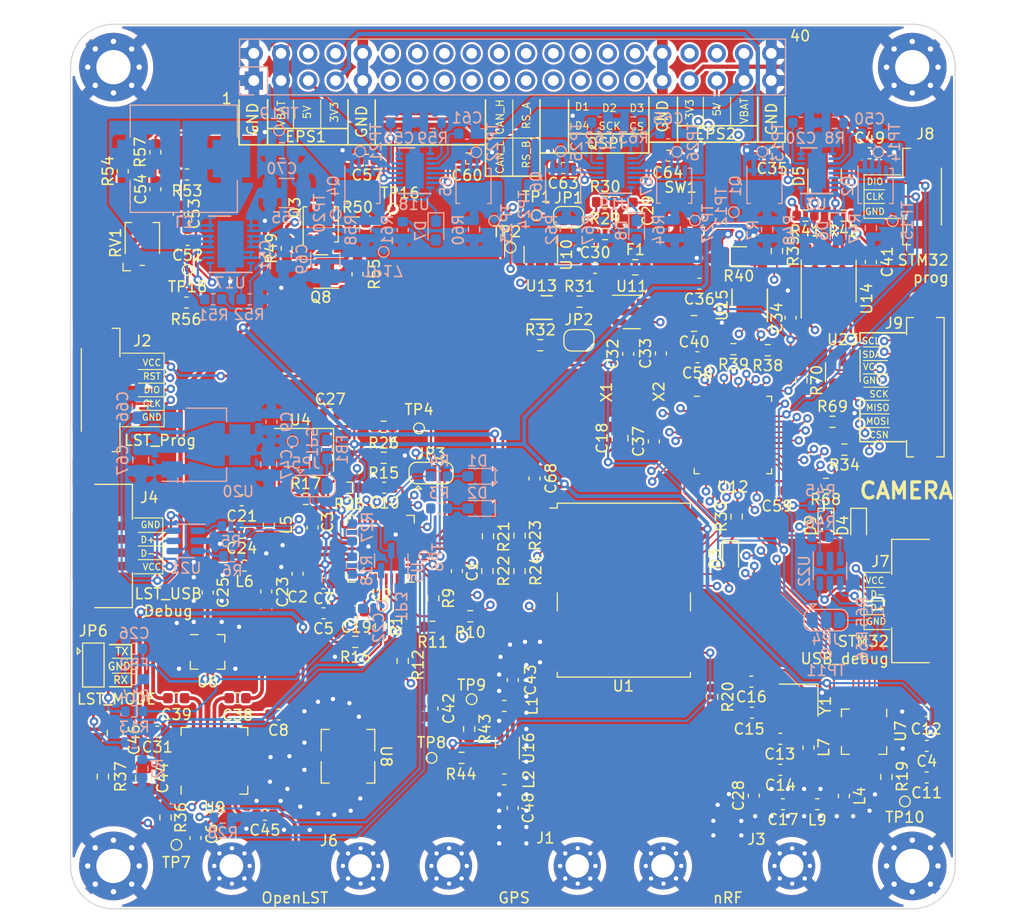
<source format=kicad_pcb>
(kicad_pcb (version 20211014) (generator pcbnew)

  (general
    (thickness 0.986)
  )

  (paper "A4")
  (layers
    (0 "F.Cu" power)
    (1 "In1.Cu" mixed)
    (2 "In2.Cu" mixed)
    (31 "B.Cu" power)
    (32 "B.Adhes" user "B.Adhesive")
    (33 "F.Adhes" user "F.Adhesive")
    (34 "B.Paste" user)
    (35 "F.Paste" user)
    (36 "B.SilkS" user "B.Silkscreen")
    (37 "F.SilkS" user "F.Silkscreen")
    (38 "B.Mask" user)
    (39 "F.Mask" user)
    (40 "Dwgs.User" user "User.Drawings")
    (41 "Cmts.User" user "User.Comments")
    (42 "Eco1.User" user "User.Eco1")
    (43 "Eco2.User" user "User.Eco2")
    (44 "Edge.Cuts" user)
    (45 "Margin" user)
    (46 "B.CrtYd" user "B.Courtyard")
    (47 "F.CrtYd" user "F.Courtyard")
    (48 "B.Fab" user)
    (49 "F.Fab" user)
    (50 "User.1" user)
    (51 "User.2" user)
    (52 "User.3" user)
    (53 "User.4" user)
    (54 "User.5" user)
    (55 "User.6" user)
    (56 "User.7" user)
    (57 "User.8" user)
    (58 "User.9" user)
  )

  (setup
    (stackup
      (layer "F.SilkS" (type "Top Silk Screen"))
      (layer "F.Paste" (type "Top Solder Paste"))
      (layer "F.Mask" (type "Top Solder Mask") (thickness 0.01))
      (layer "F.Cu" (type "copper") (thickness 0.018))
      (layer "dielectric 1" (type "core") (thickness 0.175) (material "FR4") (epsilon_r 4.5) (loss_tangent 0.02))
      (layer "In1.Cu" (type "copper") (thickness 0.035))
      (layer "dielectric 2" (type "prepreg") (thickness 0.51) (material "FR4") (epsilon_r 4.5) (loss_tangent 0.02))
      (layer "In2.Cu" (type "copper") (thickness 0.035))
      (layer "dielectric 3" (type "core") (thickness 0.175) (material "FR4") (epsilon_r 4.5) (loss_tangent 0.02))
      (layer "B.Cu" (type "copper") (thickness 0.018))
      (layer "B.Mask" (type "Bottom Solder Mask") (thickness 0.01))
      (layer "B.Paste" (type "Bottom Solder Paste"))
      (layer "B.SilkS" (type "Bottom Silk Screen"))
      (copper_finish "None")
      (dielectric_constraints no)
    )
    (pad_to_mask_clearance 0)
    (pcbplotparams
      (layerselection 0x00010fc_ffffffff)
      (disableapertmacros false)
      (usegerberextensions false)
      (usegerberattributes true)
      (usegerberadvancedattributes true)
      (creategerberjobfile true)
      (svguseinch false)
      (svgprecision 6)
      (excludeedgelayer true)
      (plotframeref false)
      (viasonmask false)
      (mode 1)
      (useauxorigin false)
      (hpglpennumber 1)
      (hpglpenspeed 20)
      (hpglpendiameter 15.000000)
      (dxfpolygonmode true)
      (dxfimperialunits true)
      (dxfusepcbnewfont true)
      (psnegative false)
      (psa4output false)
      (plotreference true)
      (plotvalue true)
      (plotinvisibletext false)
      (sketchpadsonfab false)
      (subtractmaskfromsilk false)
      (outputformat 1)
      (mirror false)
      (drillshape 1)
      (scaleselection 1)
      (outputdirectory "")
    )
  )

  (net 0 "")
  (net 1 "Net-(C1-Pad1)")
  (net 2 "GND")
  (net 3 "+3V3")
  (net 4 "/OpenLST (Beacon)/PA_VAPC")
  (net 5 "+3V8")
  (net 6 "/OpenLST (Beacon)/VDD_USB_LST")
  (net 7 "Net-(C12-Pad1)")
  (net 8 "Net-(C13-Pad2)")
  (net 9 "Net-(C15-Pad1)")
  (net 10 "Net-(C16-Pad1)")
  (net 11 "Net-(C17-Pad1)")
  (net 12 "Net-(C17-Pad2)")
  (net 13 "/MCU/MCU_POWER")
  (net 14 "Net-(C19-Pad1)")
  (net 15 "/3V3 power share/VCC_EN")
  (net 16 "Net-(C21-Pad2)")
  (net 17 "Net-(C22-Pad1)")
  (net 18 "Net-(C23-Pad2)")
  (net 19 "Net-(C24-Pad1)")
  (net 20 "Net-(C24-Pad2)")
  (net 21 "Net-(C25-Pad2)")
  (net 22 "Net-(C26-Pad1)")
  (net 23 "Net-(C29-Pad1)")
  (net 24 "/3V3 power share/EPS#1")
  (net 25 "Net-(C35-Pad2)")
  (net 26 "Net-(C38-Pad1)")
  (net 27 "Net-(C38-Pad2)")
  (net 28 "Net-(C39-Pad1)")
  (net 29 "Net-(C39-Pad2)")
  (net 30 "/MCU/VREF")
  (net 31 "Net-(C42-Pad1)")
  (net 32 "Net-(C43-Pad1)")
  (net 33 "Net-(C43-Pad2)")
  (net 34 "Net-(C45-Pad1)")
  (net 35 "Net-(C45-Pad2)")
  (net 36 "Net-(C48-Pad1)")
  (net 37 "Net-(C48-Pad2)")
  (net 38 "Net-(C49-Pad1)")
  (net 39 "/3V3 power share/EPS#2")
  (net 40 "Net-(C50-Pad1)")
  (net 41 "VIN")
  (net 42 "Net-(C52-Pad1)")
  (net 43 "Net-(C52-Pad2)")
  (net 44 "Net-(C53-Pad1)")
  (net 45 "Net-(C54-Pad1)")
  (net 46 "/Power Convertor/VBAT1/VCC_EN")
  (net 47 "/Power Convertor/EPS#1_VBAT")
  (net 48 "Net-(C57-Pad2)")
  (net 49 "Net-(C60-Pad1)")
  (net 50 "/Power Convertor/EPS#2_VBAT")
  (net 51 "Net-(C61-Pad1)")
  (net 52 "/5V power share/VCC_EN")
  (net 53 "/5V power share/EPS#1")
  (net 54 "Net-(C63-Pad2)")
  (net 55 "Net-(C64-Pad1)")
  (net 56 "/5V power share/EPS#2")
  (net 57 "Net-(C65-Pad1)")
  (net 58 "/OpenLST (Beacon)/USB_POWER_LST")
  (net 59 "Net-(D1-Pad2)")
  (net 60 "Net-(D2-Pad2)")
  (net 61 "Net-(D3-Pad1)")
  (net 62 "Net-(D4-Pad1)")
  (net 63 "/MCU/CAN_L")
  (net 64 "/MCU/CAN_H")
  (net 65 "Net-(D6-Pad1)")
  (net 66 "Net-(D6-Pad2)")
  (net 67 "Net-(D7-Pad1)")
  (net 68 "Net-(D7-Pad2)")
  (net 69 "Net-(D8-Pad1)")
  (net 70 "Net-(D8-Pad2)")
  (net 71 "Net-(D9-Pad1)")
  (net 72 "Net-(F1-Pad2)")
  (net 73 "Net-(FB1-Pad1)")
  (net 74 "/OpenLST (Beacon)/PROG_DD")
  (net 75 "/OpenLST (Beacon)/PROG_DC")
  (net 76 "/OpenLST (Beacon)/~{LST_RESET}")
  (net 77 "/MCU/USB_POWER")
  (net 78 "/MCU/SWCLK")
  (net 79 "/MCU/SWDIO")
  (net 80 "/MCU/QSPI_D1{slash}CAM_CSN")
  (net 81 "/MCU/QSPI_D2{slash}CAM_MOSI")
  (net 82 "/MCU/QSPI_D3{slash}CAM_MISO")
  (net 83 "/MCU/CAM_SCK")
  (net 84 "+5V")
  (net 85 "/I2C_SDA")
  (net 86 "/I2C_SCL")
  (net 87 "unconnected-(J12-Pad6)")
  (net 88 "unconnected-(J12-Pad8)")
  (net 89 "unconnected-(J12-Pad11)")
  (net 90 "unconnected-(J12-Pad12)")
  (net 91 "unconnected-(J12-Pad13)")
  (net 92 "unconnected-(J12-Pad14)")
  (net 93 "unconnected-(J12-Pad15)")
  (net 94 "unconnected-(J12-Pad16)")
  (net 95 "unconnected-(J12-Pad17)")
  (net 96 "unconnected-(J12-Pad18)")
  (net 97 "/MCU/RS_485_~{B}")
  (net 98 "/MCU/RS_485_A")
  (net 99 "unconnected-(J12-Pad23)")
  (net 100 "unconnected-(J12-Pad24)")
  (net 101 "/MCU/QSPI_D0")
  (net 102 "/MCU/QSPI_SCK")
  (net 103 "/MCU/QSPI_NCS")
  (net 104 "unconnected-(J12-Pad34)")
  (net 105 "unconnected-(J12-Pad36)")
  (net 106 "Net-(JP1-Pad1)")
  (net 107 "/MCU/NRST")
  (net 108 "Net-(JP2-Pad1)")
  (net 109 "Net-(JP2-Pad2)")
  (net 110 "/OpenLST (Beacon)/RF_EN")
  (net 111 "/OpenLST (Beacon)/RF_EN_MCU")
  (net 112 "/OpenLST (Beacon)/RF_PWR_EN")
  (net 113 "Net-(JP4-Pad3)")
  (net 114 "/MCU/VDD_USB")
  (net 115 "Net-(L3-Pad1)")
  (net 116 "Net-(L3-Pad2)")
  (net 117 "Net-(L4-Pad1)")
  (net 118 "Net-(L4-Pad2)")
  (net 119 "Net-(Q1-Pad5)")
  (net 120 "Net-(Q1-Pad4)")
  (net 121 "Net-(Q2-Pad4)")
  (net 122 "Net-(Q2-Pad5)")
  (net 123 "Net-(Q3-Pad4)")
  (net 124 "Net-(Q3-Pad5)")
  (net 125 "Net-(Q4-Pad5)")
  (net 126 "Net-(Q4-Pad4)")
  (net 127 "Net-(Q5-Pad4)")
  (net 128 "Net-(Q5-Pad5)")
  (net 129 "Net-(Q6-Pad5)")
  (net 130 "Net-(Q6-Pad4)")
  (net 131 "Net-(Q7-Pad4)")
  (net 132 "Net-(Q7-Pad5)")
  (net 133 "/OpenLST (Beacon)/~{LST_RX_MODE}")
  (net 134 "/OpenLST (Beacon)/LST_TX_MODE")
  (net 135 "Net-(R3-Pad2)")
  (net 136 "Net-(R4-Pad2)")
  (net 137 "Net-(R5-Pad1)")
  (net 138 "/OpenLST (Beacon)/USB_N")
  (net 139 "/OpenLST (Beacon)/USB_P")
  (net 140 "Net-(R6-Pad2)")
  (net 141 "Net-(R8-Pad2)")
  (net 142 "Net-(R9-Pad1)")
  (net 143 "/OpenLST (Beacon)/UART0_CTS")
  (net 144 "Net-(R10-Pad1)")
  (net 145 "/OpenLST (Beacon)/UART0_RTS")
  (net 146 "Net-(R11-Pad1)")
  (net 147 "/OpenLST (Beacon)/UART0_RX")
  (net 148 "Net-(R12-Pad1)")
  (net 149 "/OpenLST (Beacon)/UART0_TX")
  (net 150 "Net-(R15-Pad2)")
  (net 151 "Net-(R16-Pad2)")
  (net 152 "Net-(R17-Pad1)")
  (net 153 "Net-(R17-Pad2)")
  (net 154 "Net-(R19-Pad2)")
  (net 155 "/OpenLST (Beacon)/AN0")
  (net 156 "/OpenLST (Beacon)/AN1")
  (net 157 "Net-(R25-Pad2)")
  (net 158 "/OpenLST (Beacon)/RF_BYP")
  (net 159 "Net-(R32-Pad1)")
  (net 160 "/MCU/LED2")
  (net 161 "/MCU/CAN_RS")
  (net 162 "/MCU/RS_485_R_EN")
  (net 163 "/MCU/RS_485_T_EN")
  (net 164 "Net-(R43-Pad2)")
  (net 165 "Net-(R44-Pad1)")
  (net 166 "Net-(R44-Pad2)")
  (net 167 "Net-(R45-Pad1)")
  (net 168 "/MCU/USB_N")
  (net 169 "/MCU/USB_P")
  (net 170 "Net-(R46-Pad2)")
  (net 171 "Net-(R51-Pad2)")
  (net 172 "Net-(R52-Pad1)")
  (net 173 "Net-(R54-Pad2)")
  (net 174 "Net-(R59-Pad2)")
  (net 175 "Net-(R63-Pad2)")
  (net 176 "unconnected-(U1-Pad1)")
  (net 177 "unconnected-(U1-Pad3)")
  (net 178 "/GPS Module/IRQ")
  (net 179 "unconnected-(U1-Pad5)")
  (net 180 "unconnected-(U1-Pad6)")
  (net 181 "/GPS Module/RESET")
  (net 182 "unconnected-(U1-Pad15)")
  (net 183 "unconnected-(U1-Pad16)")
  (net 184 "unconnected-(U1-Pad17)")
  (net 185 "/GPS Module/TXD")
  (net 186 "/GPS Module/RXD")
  (net 187 "unconnected-(U2-Pad8)")
  (net 188 "unconnected-(U2-Pad18)")
  (net 189 "unconnected-(U2-Pad20)")
  (net 190 "/MCU/NRF_CE")
  (net 191 "/MCU/NRF_SPI_CSN")
  (net 192 "/MCU/NRF_SPI_SCK")
  (net 193 "/MCU/NRF_SPI_MOSI")
  (net 194 "/MCU/NRF_SPI_MISO")
  (net 195 "/MCU/NRF_IRQ")
  (net 196 "Net-(U8-Pad2)")
  (net 197 "Net-(U8-Pad6)")
  (net 198 "unconnected-(U9-Pad14)")
  (net 199 "unconnected-(U9-Pad16)")
  (net 200 "unconnected-(U9-Pad25)")
  (net 201 "unconnected-(U10-Pad3)")
  (net 202 "/MCU/WDG_RESET")
  (net 203 "unconnected-(U11-Pad3)")
  (net 204 "unconnected-(U12-Pad1)")
  (net 205 "/MCU/LSE")
  (net 206 "/MCU/HSE")
  (net 207 "/MCU/CAN_RX")
  (net 208 "/MCU/CAN_TX")
  (net 209 "unconnected-(U13-Pad3)")
  (net 210 "/MCU/RS_485_R")
  (net 211 "/MCU/RS_485_T")
  (net 212 "unconnected-(U15-Pad7)")
  (net 213 "Net-(JP6-Pad3)")
  (net 214 "/camera/CAM_VCC")
  (net 215 "Net-(R70-Pad1)")
  (net 216 "Net-(J4-Pad2)")
  (net 217 "Net-(J4-Pad3)")
  (net 218 "Net-(J7-Pad2)")
  (net 219 "Net-(J7-Pad3)")
  (net 220 "Net-(JP6-Pad1)")
  (net 221 "unconnected-(X1-Pad1)")

  (footprint "Capacitor_SMD:C_0805_2012Metric_Pad1.18x1.45mm_HandSolder" (layer "F.Cu") (at 143.1544 71.9044))

  (footprint "TCY_Buttons:KMT031NGJLHS" (layer "F.Cu") (at 141.8844 61.5881))

  (footprint "Resistor_SMD:R_0603_1608Metric" (layer "F.Cu") (at 93.853 117.983 90))

  (footprint "Resistor_SMD:R_0603_1608Metric" (layer "F.Cu") (at 157.099 61.849 180))

  (footprint "Package_DFN_QFN:QFN-20-1EP_4x4mm_P0.5mm_EP2.5x2.5mm" (layer "F.Cu") (at 159.004 109.982 -90))

  (footprint "MountingHole:MountingHole_3.2mm_M3_Pad_Via" (layer "F.Cu") (at 163.5 122.5))

  (footprint "Resistor_SMD:R_0603_1608Metric" (layer "F.Cu") (at 123.9266 91.7448 90))

  (footprint "Capacitor_SMD:C_0603_1608Metric" (layer "F.Cu") (at 94.8583 106.8505))

  (footprint "Resistor_SMD:R_1206_3216Metric_Pad1.30x1.75mm_HandSolder" (layer "F.Cu") (at 147.32 65.659 180))

  (footprint "Inductor_SMD:L_0603_1608Metric" (layer "F.Cu") (at 103.492 90.678 -90))

  (footprint "Resistor_SMD:R_0603_1608Metric" (layer "F.Cu") (at 121.4628 112.4204))

  (footprint "MountingHole:MountingHole_3.2mm_M3_Pad_Via" (layer "F.Cu") (at 89 48))

  (footprint "Capacitor_SMD:C_0603_1608Metric" (layer "F.Cu") (at 100.965 88.392))

  (footprint "TCY_Connector:Amphenol 10114830-11104LF 1x04 Vertical" (layer "F.Cu") (at 88.265 92.6592 -90))

  (footprint "Capacitor_SMD:C_0603_1608Metric" (layer "F.Cu") (at 128.27 86.36 90))

  (footprint "Capacitor_SMD:C_0603_1608Metric" (layer "F.Cu") (at 152.146 71.374 90))

  (footprint "Resistor_SMD:R_0603_1608Metric" (layer "F.Cu") (at 153.162 77.216 -90))

  (footprint "Capacitor_SMD:C_0603_1608Metric" (layer "F.Cu") (at 114.2492 87.2236 180))

  (footprint "Inductor_SMD:L_0603_1608Metric" (layer "F.Cu") (at 125.45 114.427 180))

  (footprint "RF_GPS:ublox_NEO" (layer "F.Cu") (at 136.6012 96.774))

  (footprint "Package_TO_SOT_SMD:SOT-23-6_Handsoldering" (layer "F.Cu") (at 157.0228 76.454 -90))

  (footprint "Capacitor_SMD:C_0603_1608Metric" (layer "F.Cu") (at 108.585 96.139 180))

  (footprint "Inductor_SMD:L_0603_1608Metric" (layer "F.Cu") (at 105.156 64.897 90))

  (footprint "Resistor_SMD:R_0603_1608Metric" (layer "F.Cu") (at 161.0868 114.1984 90))

  (footprint "Jumper:SolderJumper-2_P1.3mm_Open_RoundedPad1.0x1.5mm" (layer "F.Cu") (at 132.4108 73.4753 180))

  (footprint "Capacitor_SMD:C_0603_1608Metric" (layer "F.Cu") (at 118.745 107.823 -90))

  (footprint "Jumper:SolderJumper-2_P1.3mm_Open_RoundedPad1.0x1.5mm" (layer "F.Cu") (at 131.4456 61.9945))

  (footprint "Inductor_SMD:L_0603_1608Metric" (layer "F.Cu") (at 95.8596 58.0136))

  (footprint "Capacitor_SMD:C_0603_1608Metric" (layer "F.Cu") (at 133.9218 66.7189))

  (footprint "Capacitor_SMD:C_0603_1608Metric" (layer "F.Cu") (at 126.24 105.156 -90))

  (footprint "Capacitor_SMD:C_0603_1608Metric" (layer "F.Cu") (at 151.1938 113.538))

  (footprint "MountingHole:MountingHole_3.2mm_M3_Pad_Via" (layer "F.Cu") (at 163.5 48))

  (footprint "Resistor_SMD:R_0603_1608Metric" (layer "F.Cu") (at 111.5568 101.6 180))

  (footprint "Resistor_SMD:R_0603_1608Metric" (layer "F.Cu") (at 118.8212 97.536 -90))

  (footprint "Resistor_SMD:R_0603_1608Metric" (layer "F.Cu") (at 134.8492 60.5721))

  (footprint "Resistor_SMD:R_0603_1608Metric" (layer "F.Cu") (at 157.1752 83.6676 180))

  (footprint "Capacitor_SMD:C_0603_1608Metric" (layer "F.Cu") (at 122.0216 56.515))

  (footprint "TCY_Connector:TestPoint_Pad_D0.5mm" (layer "F.Cu") (at 122.4026 106.947))

  (footprint "Resistor_SMD:R_0603_1608Metric" (layer "F.Cu") (at 126.873 94.996 90))

  (footprint "Resistor_SMD:R_0603_1608Metric" (layer "F.Cu") (at 115.9764 103.378 -90))

  (footprint "Capacitor_SMD:C_0603_1608Metric" (layer "F.Cu") (at 139.3952 82.9056 90))

  (footprint "Resistor_SMD:R_0603_1608Metric" (layer "F.Cu") (at 110.998 87.2236))

  (footprint "Resistor_SMD:R_0603_1608Metric" (layer "F.Cu") (at 113.9444 100.1268 90))

  (footprint "footprints:iPEX" (layer "F.Cu") (at 146.25 122.5 180))

  (footprint "Capacitor_SMD:C_0603_1608Metric" (layer "F.Cu") (at 148.717 115.938 90))

  (footprint "Capacitor_SMD:C_0603_1608Metric" (layer "F.Cu") (at 164.846 114.2492 180))

  (footprint "Capacitor_SMD:C_0603_1608Metric" (layer "F.Cu") (at 112.649 56.642))

  (footprint "Inductor_SMD:L_0603_1608Metric" (layer "F.Cu") (at 153.8224 111.4552 -90))

  (footprint "Capacitor_SMD:C_0603_1608Metric" (layer "F.Cu") (at 137.414 61.3849 -90))

  (footprint "Capacitor_SMD:C_0603_1608Metric" (layer "F.Cu") (at 159.517223 56.0263))

  (footprint "Resistor_SMD:R_0603_1608Metric" (layer "F.Cu") (at 144.8308 106.7308 90))

  (footprint "Resistor_SMD:R_0603_1608Metric" (layer "F.Cu") (at 123.8758 94.996 90))

  (footprint "footprints:iPEX" (layer "F.Cu") (at 106 122.5 180))

  (footprint "Capacitor_SMD:C_0603_1608Metric" (layer "F.Cu") (at 100.952 91.44 180))

  (footprint "TCY_Connector:TestPoint_Pad_D0.5mm" (layer "F.Cu") (at 117.5004 81.6864))

  (footprint "Package_DFN_QFN:DFN-10-1EP_3x3mm_P0.5mm_EP1.55x2.48mm" (layer "F.Cu")
    (tedit 5EA4BECA) (tstamp 64263d5c-9427-4c92-a73a-afe8e63e20fb)
    (at 148.336 70.2056 90)
    (descr "10-Lead Plastic Dual Flat, No Lead Package (MF) - 3x3x0.9 mm Body [DFN] (see Microchip Packaging Specification 00000049BS.pdf)")
    (tags "DFN 0.5")
    (property "Sheetfile" "mcu_comm.kicad_sch")
    (property "Sheetname" "MCU")
    (path "/81a5172c-b171-400d-8856-41d6e486bdd1/a66e8b44-b972-4f7b-ba80-f64e58de1944")
    (attr smd)
    (fp_text reference "U15" (at 0 -2.575 90) (layer "F.SilkS")
      (effects (font (size 1 1) (thickness 0.15)))
      (tstamp af58d6aa-33e4-4da2-8ea3-2304125e31c0)
    )
    (fp_text value "MAX13430ETB+" (at 0 2.575 90) (layer "F.Fab")
      (effects (font (size 1 1) (thickness 0.15)))
      (tstamp 94937ca0-c1d9-424d-88cf-010fb503f8a5)
    )
    (fp_text user "${REFERENCE}" (at 0 0 90) (layer "F.Fab")
      (effects (font (size 0.7 0.7) (thickness 0.105)))
      (tstamp 67a55320-79e2-4952-9d6a-671cbdcfc9f7)
    )
    (fp_line (start -1.5 1.65) (end 1.5 1.65) (layer "F.SilkS") (width 0.15) (tstamp 47b3834c-8a87-4af3-9143-c88b9cd89304))
    (fp_line (start 0 -1.65) (end 1.5 -1.65) (layer "F.SilkS") (width 0.15) (tstamp adc74667-5dec-4b95-9d35-ffc7db9ad260))
    (fp_line (start -2.15 -1.85) (end -2.15 1.85) (layer "F.CrtYd") (width 0.05) (tstamp 20c401b1-c1bb-42cd-8ef2-fd89663a6cf3))
    (fp_line (start -2.15 1.85) (end 2.15 1.85) (layer "F.CrtYd") (width 0.05) (tstamp a7098063-91db-4dae-8c97-631051e8de0e))
    (fp_line (start 2.15 -1.85) (end 2.15 1.85) (layer "F.CrtYd") (width 0.05) (tstamp d1594cc0-0357-4de5-8d76-bb3a044297b2))
    (fp_line (start -2.15 -1.85) (end 2.15 -1.85) (layer "F.CrtYd") (width 0.05) (tstamp d500cfb3-be5f-4c90-8432-d0e5e29eda2a))
    (fp_line (start -1.5 -0.5) (end -0.5 -1.5) (layer "F.Fab") (width 0.15) (tstamp 4013842c-f594-4f18-a07a-785be971cdaf))
    (fp_line (start -1.5 1.5) (end -1.5 -0.5) (layer "F.Fab") (width 0.15) (tstamp 68cc97a1-6c76-411f-a28b-36162918d55d))
    (fp_line (start 1.5 1.5) (end -1.5 1.5) (layer "F.Fab") (width 0.15) (tstamp 6a2b63d3-b52c-4af8-b72e-63fe811d3d24))
    (fp_line (start 1.5 -1.5) (end 1.5 1.5) (layer "F.Fab") (width 0.15) (tstamp b6b0b082-3ad5-486d-9247-7e4db31838ef))
    (fp_line (start -0.5 -1.5) (end 1.5 -1.5) (layer "F.Fab") (width 0.15) (tstamp c40a33aa-f777-4109-9efd-12123c039897))
    (pad "" smd rect locked (at 0.3875 0.62 90) (size 0.6 1.05) (layers "F.Paste") (tstamp 13432df8-5be2-422d-b431-13bedccbff4d))
    (pad "" smd rect locked (at -0.3875 -0.62 90) (size 0.6 1.05) (layers "F.Paste") (tstamp 4be9d67c-a6f3-435e-8133-0f53bd74a878))
    (pad "" smd rect locked (at -0.3875 0.62 90) (size 0.6 1.05) (layers "F.Paste") (tstamp 5d69c2f3-acbd-4c54-bda2-b7785c2010cf))
    (p
... [3827466 chars truncated]
</source>
